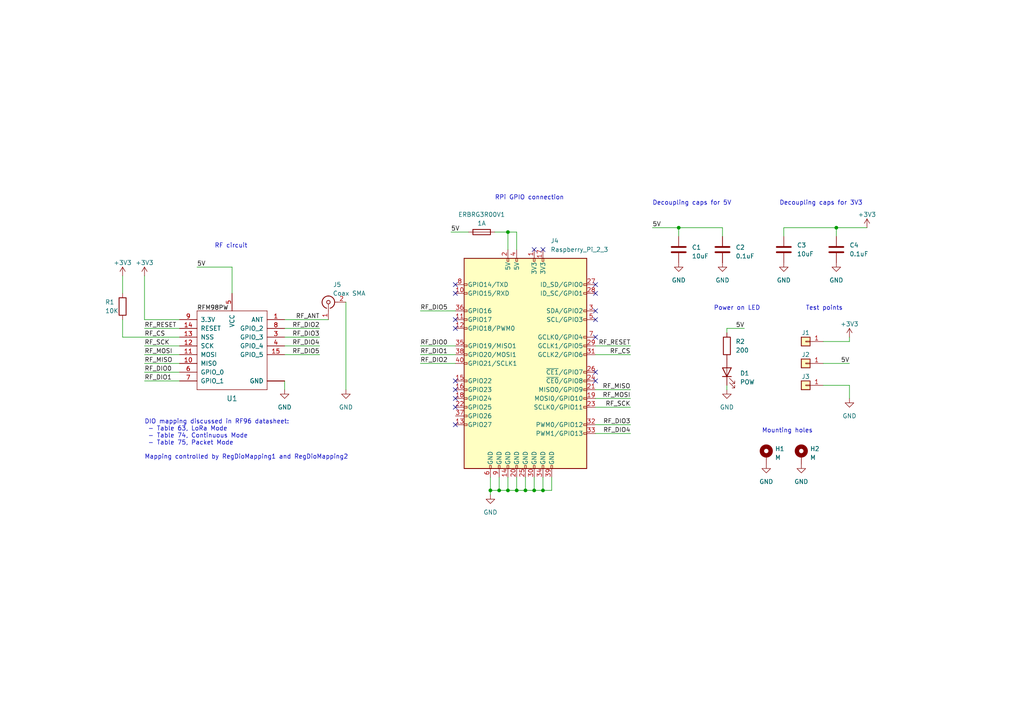
<source format=kicad_sch>
(kicad_sch (version 20230121) (generator eeschema)
  (paper "A4")
  (title_block (title "PROMETHEUS-1 Ground Station") (date "2024-04-05") (rev "v2.1") (company "LICENSE: CC BY 4.0") (comment 1 "Upgraded by Pedro Andrade (UMinho) for PROMETHEUS-1") (comment 2 "Designed by Akshat Sahay (CMU) for ARGUS-1"))
  (lib_symbols
    (symbol "Connector:Raspberry_Pi_2_3" (pin_names (offset 1.016))
      (property "Reference" "J" (at -17.78 31.75 0))
      (property "Value" "Raspberry_Pi_2_3" (at 10.16 -31.75 0))
      (symbol "Raspberry_Pi_2_3_0_1"
        (rectangle (start -17.78 30.48) (end 17.78 -30.48) (stroke (width 0.254)) (fill (type background)))
      )
      (symbol "Raspberry_Pi_2_3_1_1"
        (rectangle (start -16.891 -17.526) (end -17.78 -18.034))
        (rectangle (start -16.891 -14.986) (end -17.78 -15.494))
        (rectangle (start -16.891 -12.446) (end -17.78 -12.954))
        (rectangle (start -16.891 -9.906) (end -17.78 -10.414))
        (rectangle (start -16.891 -7.366) (end -17.78 -7.874))
        (rectangle (start -16.891 -4.826) (end -17.78 -5.334))
        (rectangle (start -16.891 0.254) (end -17.78 -0.254))
        (rectangle (start -16.891 2.794) (end -17.78 2.286))
        (rectangle (start -16.891 5.334) (end -17.78 4.826))
        (rectangle (start -16.891 10.414) (end -17.78 9.906))
        (rectangle (start -16.891 12.954) (end -17.78 12.446))
        (rectangle (start -16.891 15.494) (end -17.78 14.986))
        (rectangle (start -16.891 20.574) (end -17.78 20.066))
        (rectangle (start -16.891 23.114) (end -17.78 22.606))
        (rectangle (start -10.414 -29.591) (end -9.906 -30.48))
        (rectangle (start -7.874 -29.591) (end -7.366 -30.48))
        (rectangle (start -5.334 -29.591) (end -4.826 -30.48))
        (rectangle (start -5.334 30.48) (end -4.826 29.591))
        (rectangle (start -2.794 -29.591) (end -2.286 -30.48))
        (rectangle (start -2.794 30.48) (end -2.286 29.591))
        (rectangle (start -0.254 -29.591) (end 0.254 -30.48))
        (rectangle (start 2.286 -29.591) (end 2.794 -30.48))
        (rectangle (start 2.286 30.48) (end 2.794 29.591))
        (rectangle (start 4.826 -29.591) (end 5.334 -30.48))
        (rectangle (start 4.826 30.48) (end 5.334 29.591))
        (rectangle (start 7.366 -29.591) (end 7.874 -30.48))
        (rectangle (start 17.78 -20.066) (end 16.891 -20.574))
        (rectangle (start 17.78 -17.526) (end 16.891 -18.034))
        (rectangle (start 17.78 -12.446) (end 16.891 -12.954))
        (rectangle (start 17.78 -9.906) (end 16.891 -10.414))
        (rectangle (start 17.78 -7.366) (end 16.891 -7.874))
        (rectangle (start 17.78 -4.826) (end 16.891 -5.334))
        (rectangle (start 17.78 -2.286) (end 16.891 -2.794))
        (rectangle (start 17.78 2.794) (end 16.891 2.286))
        (rectangle (start 17.78 5.334) (end 16.891 4.826))
        (rectangle (start 17.78 7.874) (end 16.891 7.366))
        (rectangle (start 17.78 12.954) (end 16.891 12.446))
        (rectangle (start 17.78 15.494) (end 16.891 14.986))
        (rectangle (start 17.78 20.574) (end 16.891 20.066))
        (rectangle (start 17.78 23.114) (end 16.891 22.606))
        (pin power_in line (at 2.54 33.02 270) (length 2.54) (name "3V3") (number "1"))
        (pin bidirectional line (at -20.32 20.32 0) (length 2.54) (name "GPIO15/RXD") (number "10"))
        (pin bidirectional line (at -20.32 12.7 0) (length 2.54) (name "GPIO17") (number "11"))
        (pin bidirectional line (at -20.32 10.16 0) (length 2.54) (name "GPIO18/PWM0") (number "12"))
        (pin bidirectional line (at -20.32 -17.78 0) (length 2.54) (name "GPIO27") (number "13"))
        (pin power_in line (at -5.08 -33.02 90) (length 2.54) (name "GND") (number "14"))
        (pin bidirectional line (at -20.32 -5.08 0) (length 2.54) (name "GPIO22") (number "15"))
        (pin bidirectional line (at -20.32 -7.62 0) (length 2.54) (name "GPIO23") (number "16"))
        (pin power_in line (at 5.08 33.02 270) (length 2.54) (name "3V3") (number "17"))
        (pin bidirectional line (at -20.32 -10.16 0) (length 2.54) (name "GPIO24") (number "18"))
        (pin bidirectional line (at 20.32 -10.16 180) (length 2.54) (name "MOSI0/GPIO10") (number "19"))
        (pin power_in line (at -5.08 33.02 270) (length 2.54) (name "5V") (number "2"))
        (pin power_in line (at -2.54 -33.02 90) (length 2.54) (name "GND") (number "20"))
        (pin bidirectional line (at 20.32 -7.62 180) (length 2.54) (name "MISO0/GPIO9") (number "21"))
        (pin bidirectional line (at -20.32 -12.7 0) (length 2.54) (name "GPIO25") (number "22"))
        (pin bidirectional line (at 20.32 -12.7 180) (length 2.54) (name "SCLK0/GPIO11") (number "23"))
        (pin bidirectional line (at 20.32 -5.08 180) (length 2.54) (name "~{CE0}/GPIO8") (number "24"))
        (pin power_in line (at 0 -33.02 90) (length 2.54) (name "GND") (number "25"))
        (pin bidirectional line (at 20.32 -2.54 180) (length 2.54) (name "~{CE1}/GPIO7") (number "26"))
        (pin bidirectional line (at 20.32 22.86 180) (length 2.54) (name "ID_SD/GPIO0") (number "27"))
        (pin bidirectional line (at 20.32 20.32 180) (length 2.54) (name "ID_SC/GPIO1") (number "28"))
        (pin bidirectional line (at 20.32 5.08 180) (length 2.54) (name "GCLK1/GPIO5") (number "29"))
        (pin bidirectional line (at 20.32 15.24 180) (length 2.54) (name "SDA/GPIO2") (number "3"))
        (pin power_in line (at 2.54 -33.02 90) (length 2.54) (name "GND") (number "30"))
        (pin bidirectional line (at 20.32 2.54 180) (length 2.54) (name "GCLK2/GPIO6") (number "31"))
        (pin bidirectional line (at 20.32 -17.78 180) (length 2.54) (name "PWM0/GPIO12") (number "32"))
        (pin bidirectional line (at 20.32 -20.32 180) (length 2.54) (name "PWM1/GPIO13") (number "33"))
        (pin power_in line (at 5.08 -33.02 90) (length 2.54) (name "GND") (number "34"))
        (pin bidirectional line (at -20.32 5.08 0) (length 2.54) (name "GPIO19/MISO1") (number "35"))
        (pin bidirectional line (at -20.32 15.24 0) (length 2.54) (name "GPIO16") (number "36"))
        (pin bidirectional line (at -20.32 -15.24 0) (length 2.54) (name "GPIO26") (number "37"))
        (pin bidirectional line (at -20.32 2.54 0) (length 2.54) (name "GPIO20/MOSI1") (number "38"))
        (pin power_in line (at 7.62 -33.02 90) (length 2.54) (name "GND") (number "39"))
        (pin power_in line (at -2.54 33.02 270) (length 2.54) (name "5V") (number "4"))
        (pin bidirectional line (at -20.32 0 0) (length 2.54) (name "GPIO21/SCLK1") (number "40"))
        (pin bidirectional line (at 20.32 12.7 180) (length 2.54) (name "SCL/GPIO3") (number "5"))
        (pin power_in line (at -10.16 -33.02 90) (length 2.54) (name "GND") (number "6"))
        (pin bidirectional line (at 20.32 7.62 180) (length 2.54) (name "GCLK0/GPIO4") (number "7"))
        (pin bidirectional line (at -20.32 22.86 0) (length 2.54) (name "GPIO14/TXD") (number "8"))
        (pin power_in line (at -7.62 -33.02 90) (length 2.54) (name "GND") (number "9"))
      )
    )
    (symbol "Connector_Generic:Conn_01x01" (pin_names (offset 1.016) hide)
      (property "Reference" "J" (at 0 2.54 0))
      (property "Value" "Conn_01x01" (at 0 -2.54 0))
      (symbol "Conn_01x01_1_1"
        (rectangle (start -1.27 0.127) (end 0 -0.127) (stroke (width 0.1524)))
        (rectangle (start -1.27 1.27) (end 1.27 -1.27) (stroke (width 0.254)) (fill (type background)))
        (pin passive line (at -5.08 0 0) (length 3.81) (name "Pin_1") (number "1"))
      )
    )
    (symbol "Device:C" (pin_numbers hide) (pin_names (offset 0.254))
      (property "Reference" "C" (at 0.635 2.54 0))
      (property "Value" "C" (at 0.635 -2.54 0))
      (symbol "C_0_1"
        (polyline (pts (xy -2.032 -0.762) (xy 2.032 -0.762)) (stroke (width 0.508)))
        (polyline (pts (xy -2.032 0.762) (xy 2.032 0.762)) (stroke (width 0.508)))
      )
      (symbol "C_1_1"
        (pin passive line (at 0 3.81 270) (length 2.794) (name "~") (number "1"))
        (pin passive line (at 0 -3.81 90) (length 2.794) (name "~") (number "2"))
      )
    )
    (symbol "Device:Fuse" (pin_numbers hide) (pin_names (offset 0))
      (property "Reference" "F" (at 0 2.032 0))
      (property "Value" "Fuse" (at 0 -1.905 0))
      (symbol "Fuse_0_1"
        (rectangle (start -2.54 -0.762) (end 2.54 0.762) (stroke (width 0.254)))
        (polyline (pts (xy -2.54 0) (xy 2.54 0)))
      )
      (symbol "Fuse_1_1"
        (pin passive line (at -3.81 0 0) (length 1.27) (name "~") (number "1"))
        (pin passive line (at 3.81 0 180) (length 1.27) (name "~") (number "2"))
      )
    )
    (symbol "Device:LED" (pin_numbers hide) (pin_names (offset 1.016) hide)
      (property "Reference" "D" (at 0 2.54 0))
      (property "Value" "LED" (at 0 -2.54 0))
      (symbol "LED_0_1"
        (polyline (pts (xy -1.27 -1.27) (xy -1.27 1.27)) (stroke (width 0.254)))
        (polyline (pts (xy -1.27 0) (xy 1.27 0)))
        (polyline (pts (xy 1.27 -1.27) (xy 1.27 1.27) (xy -1.27 0) (xy 1.27 -1.27)) (stroke (width 0.254)))
        (polyline (pts (xy -3.048 -0.762) (xy -4.572 -2.286) (xy -3.81 -2.286) (xy -4.572 -2.286) (xy -4.572 -1.524)))
        (polyline (pts (xy -1.778 -0.762) (xy -3.302 -2.286) (xy -2.54 -2.286) (xy -3.302 -2.286) (xy -3.302 -1.524)))
      )
      (symbol "LED_1_1"
        (pin passive line (at -3.81 0 0) (length 2.54) (name "K") (number "1"))
        (pin passive line (at 3.81 0 180) (length 2.54) (name "A") (number "2"))
      )
    )
    (symbol "Device:R" (pin_numbers hide) (pin_names (offset 0))
      (property "Reference" "R" (at 2.032 0 90))
      (property "Value" "R" (at 0 0 90))
      (symbol "R_0_1"
        (rectangle (start -1.016 -2.54) (end 1.016 2.54) (stroke (width 0.254)))
      )
      (symbol "R_1_1"
        (pin passive line (at 0 3.81 270) (length 1.27) (name "~") (number "1"))
        (pin passive line (at 0 -3.81 90) (length 1.27) (name "~") (number "2"))
      )
    )
    (symbol "Mainboard:Connector_Conn_Coaxial" (pin_names (offset 1.016) hide)
      (property "Reference" "J" (at 0.254 3.048 0))
      (property "Value" "Connector_Conn_Coaxial" (at 2.921 0 90))
      (symbol "Connector_Conn_Coaxial_0_1"
        (arc (start -1.778 -0.508) (mid 0.2311 -1.8066) (end 1.778 0) (stroke (width 0.254)))
        (polyline (pts (xy -2.54 0) (xy -0.508 0)))
        (polyline (pts (xy 0 -2.54) (xy 0 -1.778)))
        (circle (center 0 0) (radius 0.508) (stroke (width 0.2032)))
        (arc (start 1.778 0) (mid 0.2099 1.8101) (end -1.778 0.508) (stroke (width 0.254)))
      )
      (symbol "Connector_Conn_Coaxial_1_1"
        (pin passive line (at -5.08 0 0) (length 2.54) (name "In") (number "1"))
        (pin passive line (at 0 -5.08 90) (length 2.54) (name "Ext") (number "2"))
      )
    )
    (symbol "Mechanical:MountingHole_Pad" (pin_numbers hide) (pin_names (offset 1.016) hide)
      (property "Reference" "H" (at 0 6.35 0))
      (property "Value" "MountingHole_Pad" (at 0 4.445 0))
      (symbol "MountingHole_Pad_0_1"
        (circle (center 0 1.27) (radius 1.27) (stroke (width 1.27)))
      )
      (symbol "MountingHole_Pad_1_1"
        (pin input line (at 0 -2.54 90) (length 2.54) (name "1") (number "1"))
      )
    )
    (symbol "RF_Module_HOPERF:RFM98PW" (pin_names (offset 1.016))
      (property "Reference" "U" (at -7.62 10.16 0))
      (symbol "RFM98PW_0_0"
        (pin bidirectional line (at 17.78 -10.16 180) (length 5.08) hide (name "GND") (number "17"))
        (pin bidirectional line (at 2.54 15.24 270) (length 5.08) (name "VCC") (number "5"))
      )
      (symbol "RFM98PW_1_0"
        (polyline (pts (xy -7.62 -12.7) (xy -7.62 10.16)))
        (polyline (pts (xy -7.62 10.16) (xy 12.7 10.16)))
        (polyline (pts (xy 12.7 -12.7) (xy -7.62 -12.7)))
        (polyline (pts (xy 12.7 10.16) (xy 12.7 -12.7)))
        (pin bidirectional line (at 17.78 7.62 180) (length 5.08) (name "ANT") (number "1"))
        (pin bidirectional line (at -12.7 -5.08 0) (length 5.08) (name "MISO") (number "10"))
        (pin bidirectional line (at -12.7 -2.54 0) (length 5.08) (name "MOSI") (number "11"))
        (pin bidirectional line (at -12.7 0 0) (length 5.08) (name "SCK") (number "12"))
        (pin bidirectional line (at -12.7 2.54 0) (length 5.08) (name "NSS") (number "13"))
        (pin bidirectional line (at -12.7 5.08 0) (length 5.08) (name "RESET") (number "14"))
        (pin bidirectional line (at 17.78 -2.54 180) (length 5.08) (name "GPIO_5") (number "15"))
        (pin bidirectional line (at 17.78 -10.16 180) (length 5.08) (name "GND") (number "16"))
        (pin bidirectional line (at 17.78 -10.16 180) (length 5.08) (name "GND") (number "2"))
        (pin bidirectional line (at 17.78 2.54 180) (length 5.08) (name "GPIO_3") (number "3"))
        (pin bidirectional line (at 17.78 0 180) (length 5.08) (name "GPIO_4") (number "4"))
        (pin bidirectional line (at -12.7 -7.62 0) (length 5.08) (name "GPIO_0") (number "6"))
        (pin bidirectional line (at -12.7 -10.16 0) (length 5.08) (name "GPIO_1") (number "7"))
        (pin bidirectional line (at 17.78 5.08 180) (length 5.08) (name "GPIO_2") (number "8"))
        (pin power_in line (at -12.7 7.62 0) (length 5.08) (name "3.3V") (number "9"))
      )
    )
    (symbol "power:+3V3" (power) (pin_names (offset 0))
      (property "Value" "+3V3" (at 0 3.556 0))
      (symbol "+3V3_0_1"
        (polyline (pts (xy -0.762 1.27) (xy 0 2.54)))
        (polyline (pts (xy 0 0) (xy 0 2.54)))
        (polyline (pts (xy 0 2.54) (xy 0.762 1.27)))
      )
      (symbol "+3V3_1_1"
        (pin power_in line (at 0 0 90) (length 0) hide (name "+3V3") (number "1"))
      )
    )
    (symbol "power:GND" (power) (pin_names (offset 0))
      (property "Value" "GND" (at 0 -3.81 0))
      (symbol "GND_0_1"
        (polyline (pts (xy 0 0) (xy 0 -1.27) (xy 1.27 -1.27) (xy 0 -2.54) (xy -1.27 -1.27) (xy 0 -1.27)))
      )
      (symbol "GND_1_1"
        (pin power_in line (at 0 0 270) (length 0) hide (name "GND") (number "1"))
      )
    )
  )
  (junction (at 242.57 66.04))
  (junction (at 144.78 142.24))
  (junction (at 154.94 142.24))
  (junction (at 196.85 66.04))
  (junction (at 157.48 142.24))
  (junction (at 152.4 142.24))
  (junction (at 147.32 67.31))
  (junction (at 147.32 142.24))
  (junction (at 149.86 142.24))
  (junction (at 142.24 142.24))
  (no_connect (at 172.72 90.17))
  (no_connect (at 154.94 72.39))
  (no_connect (at 172.72 82.55))
  (no_connect (at 132.08 115.57))
  (no_connect (at 132.08 113.03))
  (no_connect (at 157.48 72.39))
  (no_connect (at 132.08 110.49))
  (no_connect (at 132.08 92.71))
  (no_connect (at 132.08 118.11))
  (no_connect (at 172.72 92.71))
  (no_connect (at 172.72 107.95))
  (no_connect (at 132.08 123.19))
  (no_connect (at 172.72 85.09))
  (no_connect (at 132.08 85.09))
  (no_connect (at 132.08 82.55))
  (no_connect (at 132.08 95.25))
  (no_connect (at 172.72 110.49))
  (no_connect (at 172.72 97.79))
  (wire (pts (xy 41.91 110.49) (xy 52.07 110.49)))
  (wire (pts (xy 35.56 80.01) (xy 35.56 85.09)))
  (wire (pts (xy 209.55 66.04) (xy 209.55 68.58)))
  (wire (pts (xy 82.55 92.71) (xy 95.25 92.71)))
  (wire (pts (xy 35.56 92.71) (xy 35.56 97.79)))
  (wire (pts (xy 172.72 113.03) (xy 182.88 113.03)))
  (wire (pts (xy 242.57 66.04) (xy 242.57 68.58)))
  (wire (pts (xy 82.55 95.25) (xy 92.71 95.25)))
  (wire (pts (xy 147.32 72.39) (xy 147.32 67.31)))
  (wire (pts (xy 210.82 111.76) (xy 210.82 113.03)))
  (wire (pts (xy 149.86 72.39) (xy 149.86 67.31)))
  (wire (pts (xy 227.33 68.58) (xy 227.33 66.04)))
  (wire (pts (xy 41.91 95.25) (xy 52.07 95.25)))
  (wire (pts (xy 41.91 107.95) (xy 52.07 107.95)))
  (wire (pts (xy 154.94 138.43) (xy 154.94 142.24)))
  (wire (pts (xy 41.91 100.33) (xy 52.07 100.33)))
  (wire (pts (xy 210.82 95.25) (xy 215.9 95.25)))
  (wire (pts (xy 154.94 142.24) (xy 157.48 142.24)))
  (wire (pts (xy 196.85 66.04) (xy 209.55 66.04)))
  (wire (pts (xy 121.92 105.41) (xy 132.08 105.41)))
  (wire (pts (xy 246.38 111.76) (xy 246.38 115.57)))
  (wire (pts (xy 172.72 102.87) (xy 182.88 102.87)))
  (wire (pts (xy 246.38 97.79) (xy 246.38 99.06)))
  (wire (pts (xy 157.48 142.24) (xy 160.02 142.24)))
  (wire (pts (xy 196.85 66.04) (xy 196.85 68.58)))
  (wire (pts (xy 41.91 105.41) (xy 52.07 105.41)))
  (wire (pts (xy 152.4 142.24) (xy 154.94 142.24)))
  (wire (pts (xy 149.86 67.31) (xy 147.32 67.31)))
  (wire (pts (xy 41.91 80.01) (xy 41.91 92.71)))
  (wire (pts (xy 121.92 102.87) (xy 132.08 102.87)))
  (wire (pts (xy 82.55 110.49) (xy 82.55 113.03)))
  (wire (pts (xy 121.92 100.33) (xy 132.08 100.33)))
  (wire (pts (xy 160.02 142.24) (xy 160.02 138.43)))
  (wire (pts (xy 189.23 66.04) (xy 196.85 66.04)))
  (wire (pts (xy 57.15 77.47) (xy 67.31 77.47)))
  (wire (pts (xy 152.4 138.43) (xy 152.4 142.24)))
  (wire (pts (xy 144.78 142.24) (xy 147.32 142.24)))
  (wire (pts (xy 121.92 90.17) (xy 132.08 90.17)))
  (wire (pts (xy 172.72 115.57) (xy 182.88 115.57)))
  (wire (pts (xy 172.72 118.11) (xy 182.88 118.11)))
  (wire (pts (xy 147.32 142.24) (xy 149.86 142.24)))
  (wire (pts (xy 227.33 66.04) (xy 242.57 66.04)))
  (wire (pts (xy 67.31 77.47) (xy 67.31 85.09)))
  (wire (pts (xy 41.91 102.87) (xy 52.07 102.87)))
  (wire (pts (xy 149.86 142.24) (xy 152.4 142.24)))
  (wire (pts (xy 35.56 97.79) (xy 52.07 97.79)))
  (wire (pts (xy 172.72 125.73) (xy 182.88 125.73)))
  (wire (pts (xy 238.76 111.76) (xy 246.38 111.76)))
  (wire (pts (xy 242.57 66.04) (xy 251.46 66.04)))
  (wire (pts (xy 147.32 138.43) (xy 147.32 142.24)))
  (wire (pts (xy 142.24 142.24) (xy 142.24 143.51)))
  (wire (pts (xy 143.51 67.31) (xy 147.32 67.31)))
  (wire (pts (xy 144.78 138.43) (xy 144.78 142.24)))
  (wire (pts (xy 130.81 67.31) (xy 135.89 67.31)))
  (wire (pts (xy 157.48 138.43) (xy 157.48 142.24)))
  (wire (pts (xy 246.38 99.06) (xy 238.76 99.06)))
  (wire (pts (xy 52.07 92.71) (xy 41.91 92.71)))
  (wire (pts (xy 100.33 87.63) (xy 100.33 113.03)))
  (wire (pts (xy 149.86 138.43) (xy 149.86 142.24)))
  (wire (pts (xy 82.55 97.79) (xy 92.71 97.79)))
  (wire (pts (xy 82.55 100.33) (xy 92.71 100.33)))
  (wire (pts (xy 238.76 105.41) (xy 246.38 105.41)))
  (wire (pts (xy 82.55 102.87) (xy 92.71 102.87)))
  (wire (pts (xy 172.72 123.19) (xy 182.88 123.19)))
  (wire (pts (xy 142.24 142.24) (xy 144.78 142.24)))
  (wire (pts (xy 172.72 100.33) (xy 182.88 100.33)))
  (wire (pts (xy 142.24 138.43) (xy 142.24 142.24)))
  (wire (pts (xy 210.82 95.25) (xy 210.82 96.52)))
  (text "RF circuit\n\n\n" (at 62.23 76.2 0) (effects (font (size 1.27 1.27)) (justify left bottom)))
  (text "Test points" (at 233.68 90.17 0) (effects (font (size 1.27 1.27)) (justify left bottom)))
  (text "Mounting holes\n" (at 220.98 125.73 0) (effects (font (size 1.27 1.27)) (justify left bottom)))
  (text "Decoupling caps for 3V3" (at 226.06 59.69 0) (effects (font (size 1.27 1.27)) (justify left bottom)))
  (text "Power on LED\n" (at 207.01 90.17 0) (effects (font (size 1.27 1.27)) (justify left bottom)))
  (text "DIO mapping discussed in RF96 datasheet:\n - Table 63, LoRa Mode\n - Table 74, Continuous Mode\n - Table 75, Packet Mode\n\nMapping controlled by RegDioMapping1 and RegDioMapping2" (at 41.91 133.35 0) (effects (font (size 1.27 1.27)) (justify left bottom)))
  (text "Decoupling caps for 5V" (at 189.23 59.69 0) (effects (font (size 1.27 1.27)) (justify left bottom)))
  (text "RFM98PW" (at 57.15 90.17 0) (effects (font (size 1.27 1.27)) (justify left bottom)))
  (text "RPi GPIO connection\n\n\n" (at 143.51 62.23 0) (effects (font (size 1.27 1.27)) (justify left bottom)))
  (label "5V" (at 57.15 77.47 0))
  (label "RF_DIO5" (at 92.71 102.87 180))
  (label "RF_DIO0" (at 121.92 100.33 0))
  (label "RF_SCK" (at 41.91 100.33 0))
  (label "RF_MISO" (at 182.88 113.03 180))
  (label "RF_SCK" (at 182.88 118.11 180))
  (label "5V" (at 189.23 66.04 0))
  (label "RF_DIO4" (at 182.88 125.73 180))
  (label "RF_DIO2" (at 121.92 105.41 0))
  (label "RF_MISO" (at 41.91 105.41 0))
  (label "5V" (at 130.81 67.31 0))
  (label "RF_CS" (at 41.91 97.79 0))
  (label "RF_DIO1" (at 41.91 110.49 0))
  (label "RF_DIO3" (at 92.71 97.79 180))
  (label "RF_DIO5" (at 121.92 90.17 0))
  (label "RF_MOSI" (at 182.88 115.57 180))
  (label "RF_DIO1" (at 121.92 102.87 0))
  (label "RF_RESET" (at 182.88 100.33 180))
  (label "RF_DIO4" (at 92.71 100.33 180))
  (label "RF_ANT" (at 92.71 92.71 180))
  (label "RF_RESET" (at 41.91 95.25 0))
  (label "RF_CS" (at 182.88 102.87 180))
  (label "5V" (at 246.38 105.41 180))
  (label "RF_DIO2" (at 92.71 95.25 180))
  (label "RF_DIO3" (at 182.88 123.19 180))
  (label "RF_MOSI" (at 41.91 102.87 0))
  (label "5V" (at 215.9 95.25 180))
  (label "RF_DIO0" (at 41.91 107.95 0))
  (symbol (lib_id "power:GND") (at 142.24 143.51 0) (unit 1)
    (property "Reference" "#PWR05" (effects hide))
    (property "Value" "GND" (at 142.24 148.59 0))
  )
  (symbol (lib_id "power:GND") (at 227.33 76.2 0) (unit 1)
    (property "Reference" "#PWR023" (effects hide))
    (property "Value" "GND" (at 227.33 81.28 0))
  )
  (symbol (lib_id "Device:C") (at 227.33 72.39 0) (unit 1)
    (property "Reference" "C3" (at 231.14 71.12 0) (effects (justify left)))
    (property "Value" "10uF" (at 231.14 73.66 0) (effects (justify left)))
    (property "Footprint" "Capacitor_SMD:C_0603_1608Metric_Pad1.08x0.95mm_HandSolder" (effects hide))
  )
  (symbol (lib_id "Device:R") (at 35.56 88.9 180) (unit 1)
    (property "Reference" "R1" (at 30.48 87.63 0) (effects (justify right)))
    (property "Value" "10K" (at 30.48 90.17 0) (effects (justify right)))
    (property "Footprint" "Resistor_SMD:R_0805_2012Metric_Pad1.20x1.40mm_HandSolder" (effects hide))
  )
  (symbol (lib_id "power:+3V3") (at 35.56 80.01 0) (unit 1)
    (property "Reference" "#PWR08" (effects hide))
    (property "Value" "+3V3" (at 35.56 76.2 0))
  )
  (symbol (lib_id "power:GND") (at 82.55 113.03 0) (unit 1)
    (property "Reference" "#PWR03" (effects hide))
    (property "Value" "GND" (at 82.55 118.11 0))
  )
  (symbol (lib_id "power:GND") (at 210.82 113.03 0) (unit 1)
    (property "Reference" "#PWR028" (effects hide))
    (property "Value" "GND" (at 210.82 118.11 0))
  )
  (symbol (lib_id "Connector_Generic:Conn_01x01") (at 233.68 99.06 180) (unit 1)
    (property "Reference" "J1" (at 233.68 96.52 0))
    (property "Value" "3.3V" (effects hide))
    (property "Footprint" "TestPoint:TestPoint_Loop_D2.50mm_Drill1.0mm" (effects hide))
  )
  (symbol (lib_id "Device:R") (at 210.82 100.33 180) (unit 1)
    (property "Reference" "R2" (at 213.36 99.06 0) (effects (justify right)))
    (property "Value" "200" (at 213.36 101.6 0) (effects (justify right)))
    (property "Footprint" "Resistor_SMD:R_0805_2012Metric_Pad1.20x1.40mm_HandSolder" (effects hide))
  )
  (symbol (lib_id "power:+3V3") (at 41.91 80.01 0) (unit 1)
    (property "Reference" "#PWR07" (effects hide))
    (property "Value" "+3V3" (at 41.91 76.2 0))
  )
  (symbol (lib_id "power:GND") (at 100.33 113.03 0) (unit 1)
    (property "Reference" "#PWR06" (effects hide))
    (property "Value" "GND" (at 100.33 118.11 0))
  )
  (symbol (lib_id "Device:C") (at 242.57 72.39 0) (unit 1)
    (property "Reference" "C4" (at 246.38 71.12 0) (effects (justify left)))
    (property "Value" "0.1uF" (at 246.38 73.66 0) (effects (justify left)))
    (property "Footprint" "Capacitor_SMD:C_0603_1608Metric_Pad1.08x0.95mm_HandSolder" (effects hide))
  )
  (symbol (lib_id "Connector_Generic:Conn_01x01") (at 233.68 111.76 180) (unit 1)
    (property "Reference" "J3" (at 233.68 109.22 0))
    (property "Value" "GND" (effects hide))
    (property "Footprint" "TestPoint:TestPoint_Loop_D2.50mm_Drill1.0mm" (effects hide))
  )
  (symbol (lib_id "Mainboard:Connector_Conn_Coaxial") (at 95.25 87.63 90) (unit 1)
    (property "Reference" "J5" (at 97.79 82.55 90))
    (property "Value" "Coax SMA" (at 96.52 85.09 90) (effects (justify right)))
    (property "Footprint" "Connector_Coaxial:SMA_Amphenol_901-144_Vertical" (effects hide))
    (property "Datasheet" "https://www.tme.eu/pt/details/bu-1420701211/conectores-sma-smb-smc/mueller-electric/" (effects hide))
    (property "Manufacturer ID" "BU-1420701211" (effects hide))
  )
  (symbol (lib_id "Connector_Generic:Conn_01x01") (at 233.68 105.41 180) (unit 1)
    (property "Reference" "J2" (at 233.68 102.87 0))
    (property "Value" "5V" (effects hide))
    (property "Footprint" "TestPoint:TestPoint_Loop_D2.50mm_Drill1.0mm" (effects hide))
  )
  (symbol (lib_id "power:+3V3") (at 251.46 66.04 0) (unit 1)
    (property "Reference" "#PWR01" (effects hide))
    (property "Value" "+3V3" (at 251.46 62.23 0))
  )
  (symbol (lib_id "power:+3V3") (at 246.38 97.79 0) (unit 1)
    (property "Reference" "#PWR020" (effects hide))
    (property "Value" "+3V3" (at 246.38 93.98 0))
  )
  (symbol (lib_id "Device:C") (at 196.85 72.39 0) (unit 1)
    (property "Reference" "C1" (at 200.66 71.755 0) (effects (justify left)))
    (property "Value" "10uF" (at 200.66 74.295 0) (effects (justify left)))
    (property "Footprint" "Capacitor_SMD:C_0603_1608Metric_Pad1.08x0.95mm_HandSolder" (effects hide))
  )
  (symbol (lib_id "RF_Module_HOPERF:RFM98PW") (at 64.77 100.33 0) (unit 1)
    (property "Reference" "U1" (at 67.31 115.57 0) (effects (font (size 1.4986 1.4986))))
    (property "Value" "RFM98PW" (effects hide))
    (property "Footprint" ".MyLib:RFM95PW" (effects hide))
    (property "Datasheet" "https://www.hoperf.com/modules/lora/RFM98PW.html" (effects hide))
    (property "Manufacturer ID" "RFM98PW" (effects hide))
  )
  (symbol (lib_id "Mechanical:MountingHole_Pad") (at 232.41 132.08 0) (unit 1)
    (property "Reference" "H2" (at 234.95 130.175 0) (effects (justify left)))
    (property "Value" "M" (at 234.95 132.715 0) (effects (justify left)))
    (property "Footprint" "MountingHole:MountingHole_2.7mm_M2.5_Pad_Via" (effects hide))
  )
  (symbol (lib_id "Mechanical:MountingHole_Pad") (at 222.25 132.08 0) (unit 1)
    (property "Reference" "H1" (at 224.79 130.175 0) (effects (justify left)))
    (property "Value" "M" (at 224.79 132.715 0) (effects (justify left)))
    (property "Footprint" "MountingHole:MountingHole_2.7mm_M2.5_Pad_Via" (effects hide))
  )
  (symbol (lib_id "power:GND") (at 196.85 76.2 0) (unit 1)
    (property "Reference" "#PWR02" (effects hide))
    (property "Value" "GND" (at 196.85 81.28 0))
  )
  (symbol (lib_id "Device:Fuse") (at 139.7 67.31 0) (unit 1)
    (property "Reference" "ERBRG3R00V1" (at 139.7 62.23 0))
    (property "Value" "1A" (at 139.7 64.77 0))
    (property "Footprint" ".MyLib:ERBRG4R00V" (effects hide))
    (property "Manufacturer ID" "ERBRG3R00V" (effects hide))
  )
  (symbol (lib_id "Device:LED") (at 210.82 107.95 90) (unit 1)
    (property "Reference" "D1" (at 214.63 108.2675 90) (effects (justify right)))
    (property "Value" "POW" (at 214.63 110.8075 90) (effects (justify right)))
    (property "Footprint" "LED_SMD:LED_0805_2012Metric_Pad1.15x1.40mm_HandSolder" (effects hide))
  )
  (symbol (lib_id "power:GND") (at 242.57 76.2 0) (unit 1)
    (property "Reference" "#PWR024" (effects hide))
    (property "Value" "GND" (at 242.57 81.28 0))
  )
  (symbol (lib_id "power:GND") (at 222.25 134.62 0) (unit 1)
    (property "Reference" "#PWR016" (effects hide))
    (property "Value" "GND" (at 222.25 139.7 0))
  )
  (symbol (lib_id "Device:C") (at 209.55 72.39 0) (unit 1)
    (property "Reference" "C2" (at 213.36 71.755 0) (effects (justify left)))
    (property "Value" "0.1uF" (at 213.36 74.295 0) (effects (justify left)))
    (property "Footprint" "Capacitor_SMD:C_0603_1608Metric_Pad1.08x0.95mm_HandSolder" (effects hide))
  )
  (symbol (lib_id "power:GND") (at 209.55 76.2 0) (unit 1)
    (property "Reference" "#PWR04" (effects hide))
    (property "Value" "GND" (at 209.55 81.28 0))
  )
  (symbol (lib_id "power:GND") (at 246.38 115.57 0) (unit 1)
    (property "Reference" "#PWR021" (effects hide))
    (property "Value" "GND" (at 246.38 120.65 0))
  )
  (symbol (lib_id "Connector:Raspberry_Pi_2_3") (at 152.4 105.41 0) (unit 1)
    (property "Reference" "J4" (at 159.6741 69.85 0) (effects (justify left)))
    (property "Value" "Raspberry_Pi_2_3" (at 159.6741 72.39 0) (effects (justify left)))
    (property "Footprint" "Connector_PinSocket_2.54mm:PinSocket_2x20_P2.54mm_Vertical" (effects hide))
    (property "Datasheet" "https://www.raspberrypi.org/documentation/hardware/raspberrypi/schematics/rpi_SCH_3bplus_1p0_reduced.pdf" (effects hide))
  )
  (symbol (lib_id "power:GND") (at 232.41 134.62 0) (unit 1)
    (property "Reference" "#PWR019" (effects hide))
    (property "Value" "GND" (at 232.41 139.7 0))
  )
)
</source>
